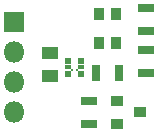
<source format=gts>
G04 #@! TF.FileFunction,Soldermask,Top*
%FSLAX46Y46*%
G04 Gerber Fmt 4.6, Leading zero omitted, Abs format (unit mm)*
G04 Created by KiCad (PCBNEW 4.0.4-stable) date 04/08/18 20:01:15*
%MOMM*%
%LPD*%
G01*
G04 APERTURE LIST*
%ADD10C,0.050000*%
%ADD11R,1.350000X1.100000*%
%ADD12R,0.900000X1.100000*%
%ADD13R,1.800000X1.800000*%
%ADD14O,1.800000X1.800000*%
%ADD15R,1.000000X0.900000*%
%ADD16R,1.400000X0.800000*%
%ADD17R,0.800000X1.400000*%
%ADD18R,0.470000X0.530000*%
%ADD19R,0.470000X0.400000*%
%ADD20R,0.250000X0.250000*%
G04 APERTURE END LIST*
D10*
D11*
X122428000Y-108474000D03*
X122428000Y-110474000D03*
D12*
X126554000Y-107676000D03*
X126554000Y-105176000D03*
X127954000Y-105176000D03*
X127954000Y-107676000D03*
D13*
X119380000Y-105918000D03*
D14*
X119380000Y-108458000D03*
X119380000Y-110998000D03*
X119380000Y-113538000D03*
D15*
X128032000Y-112588000D03*
X128032000Y-114488000D03*
X130032000Y-113538000D03*
D16*
X125730000Y-114488000D03*
X125730000Y-112588000D03*
X130556000Y-104714000D03*
X130556000Y-106614000D03*
X130556000Y-110170000D03*
X130556000Y-108270000D03*
D17*
X126304000Y-110236000D03*
X128204000Y-110236000D03*
D18*
X123895000Y-110288000D03*
X123895000Y-109168000D03*
X125025000Y-109168000D03*
X125025000Y-110288000D03*
D19*
X123895000Y-109728000D03*
X125025000Y-109728000D03*
D20*
X124680000Y-109978000D03*
X124240000Y-109978000D03*
M02*

</source>
